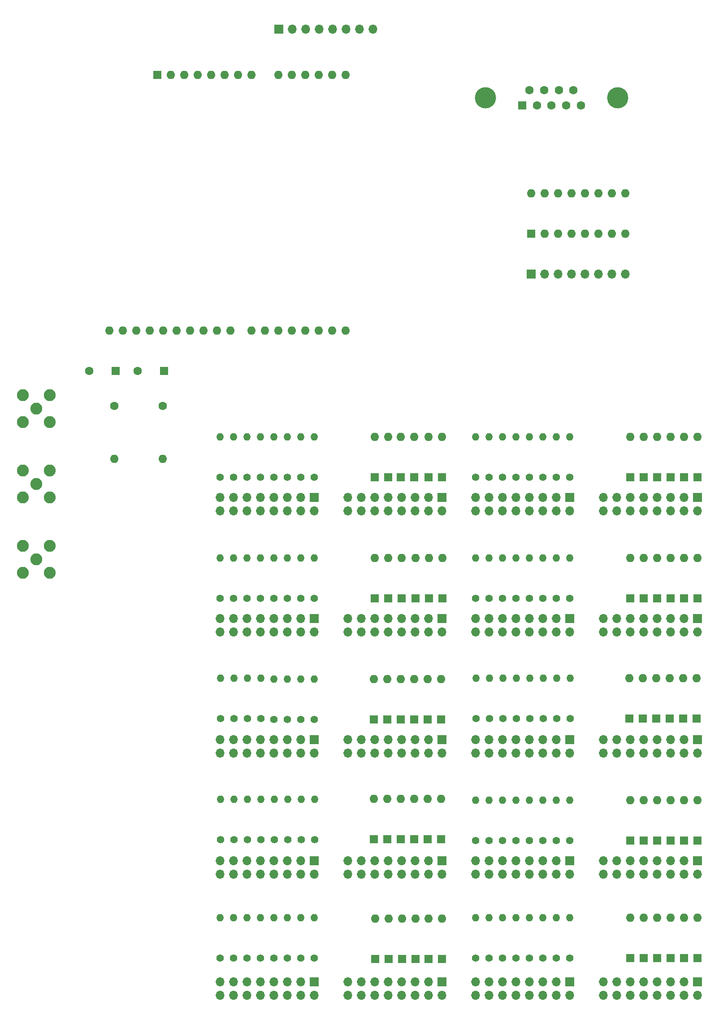
<source format=gbr>
%TF.GenerationSoftware,KiCad,Pcbnew,(6.0.10)*%
%TF.CreationDate,2023-03-28T13:06:31-04:00*%
%TF.ProjectId,PCB_LeftPanel,5043425f-4c65-4667-9450-616e656c2e6b,1*%
%TF.SameCoordinates,Original*%
%TF.FileFunction,Soldermask,Bot*%
%TF.FilePolarity,Negative*%
%FSLAX46Y46*%
G04 Gerber Fmt 4.6, Leading zero omitted, Abs format (unit mm)*
G04 Created by KiCad (PCBNEW (6.0.10)) date 2023-03-28 13:06:31*
%MOMM*%
%LPD*%
G01*
G04 APERTURE LIST*
%ADD10R,1.600000X1.600000*%
%ADD11C,1.600000*%
%ADD12O,1.600000X1.600000*%
%ADD13R,1.700000X1.700000*%
%ADD14O,1.700000X1.700000*%
%ADD15C,1.400000*%
%ADD16O,1.400000X1.400000*%
%ADD17C,2.250000*%
%ADD18C,4.000000*%
G04 APERTURE END LIST*
D10*
%TO.C,C3*%
X49022000Y-109728000D03*
D11*
X44022000Y-109728000D03*
%TD*%
D10*
%TO.C,D15*%
X158877000Y-129794000D03*
D12*
X158877000Y-122174000D03*
%TD*%
D10*
%TO.C,D16*%
X156337000Y-129794000D03*
D12*
X156337000Y-122174000D03*
%TD*%
D10*
%TO.C,D17*%
X153797000Y-129794000D03*
D12*
X153797000Y-122174000D03*
%TD*%
D10*
%TO.C,D18*%
X151257000Y-129794000D03*
D12*
X151257000Y-122174000D03*
%TD*%
D10*
%TO.C,D19*%
X148717000Y-129794000D03*
D12*
X148717000Y-122174000D03*
%TD*%
D10*
%TO.C,D20*%
X146177000Y-129794000D03*
D12*
X146177000Y-122174000D03*
%TD*%
D10*
%TO.C,D31*%
X158877000Y-152654000D03*
D12*
X158877000Y-145034000D03*
%TD*%
D10*
%TO.C,D32*%
X156337000Y-152654000D03*
D12*
X156337000Y-145034000D03*
%TD*%
D10*
%TO.C,D33*%
X153797000Y-152654000D03*
D12*
X153797000Y-145034000D03*
%TD*%
D10*
%TO.C,D34*%
X151257000Y-152654000D03*
D12*
X151257000Y-145034000D03*
%TD*%
D10*
%TO.C,D35*%
X148717000Y-152654000D03*
D12*
X148717000Y-145034000D03*
%TD*%
D10*
%TO.C,D36*%
X146177000Y-152654000D03*
D12*
X146177000Y-145034000D03*
%TD*%
D10*
%TO.C,D47*%
X158750000Y-175387000D03*
D12*
X158750000Y-167767000D03*
%TD*%
D10*
%TO.C,D48*%
X156210000Y-175387000D03*
D12*
X156210000Y-167767000D03*
%TD*%
D10*
%TO.C,D49*%
X153670000Y-175387000D03*
D12*
X153670000Y-167767000D03*
%TD*%
D10*
%TO.C,D50*%
X151130000Y-175387000D03*
D12*
X151130000Y-167767000D03*
%TD*%
D10*
%TO.C,D51*%
X148590000Y-175387000D03*
D12*
X148590000Y-167767000D03*
%TD*%
D10*
%TO.C,D52*%
X146050000Y-175387000D03*
D12*
X146050000Y-167767000D03*
%TD*%
D10*
%TO.C,D63*%
X158877000Y-198374000D03*
D12*
X158877000Y-190754000D03*
%TD*%
D10*
%TO.C,D64*%
X156337000Y-198374000D03*
D12*
X156337000Y-190754000D03*
%TD*%
D10*
%TO.C,D65*%
X153797000Y-198374000D03*
D12*
X153797000Y-190754000D03*
%TD*%
D10*
%TO.C,D66*%
X151257000Y-198374000D03*
D12*
X151257000Y-190754000D03*
%TD*%
D10*
%TO.C,D67*%
X148717000Y-198374000D03*
D12*
X148717000Y-190754000D03*
%TD*%
D10*
%TO.C,D68*%
X146177000Y-198374000D03*
D12*
X146177000Y-190754000D03*
%TD*%
D10*
%TO.C,D79*%
X158877000Y-220599000D03*
D12*
X158877000Y-212979000D03*
%TD*%
D10*
%TO.C,D81*%
X153797000Y-220599000D03*
D12*
X153797000Y-212979000D03*
%TD*%
D10*
%TO.C,D82*%
X151257000Y-220599000D03*
D12*
X151257000Y-212979000D03*
%TD*%
D10*
%TO.C,D83*%
X148717000Y-220599000D03*
D12*
X148717000Y-212979000D03*
%TD*%
D10*
%TO.C,D84*%
X146177000Y-220599000D03*
D12*
X146177000Y-212979000D03*
%TD*%
D13*
%TO.C,J6*%
X134747000Y-133604000D03*
D14*
X134747000Y-136144000D03*
X132207000Y-133604000D03*
X132207000Y-136144000D03*
X129667000Y-133604000D03*
X129667000Y-136144000D03*
X127127000Y-133604000D03*
X127127000Y-136144000D03*
X124587000Y-133604000D03*
X124587000Y-136144000D03*
X122047000Y-133604000D03*
X122047000Y-136144000D03*
X119507000Y-133604000D03*
X119507000Y-136144000D03*
X116967000Y-133604000D03*
X116967000Y-136144000D03*
%TD*%
D13*
%TO.C,J7*%
X158877000Y-133604000D03*
D14*
X158877000Y-136144000D03*
X156337000Y-133604000D03*
X156337000Y-136144000D03*
X153797000Y-133604000D03*
X153797000Y-136144000D03*
X151257000Y-133604000D03*
X151257000Y-136144000D03*
X148717000Y-133604000D03*
X148717000Y-136144000D03*
X146177000Y-133604000D03*
X146177000Y-136144000D03*
X143637000Y-133604000D03*
X143637000Y-136144000D03*
X141097000Y-133604000D03*
X141097000Y-136144000D03*
%TD*%
D13*
%TO.C,J10*%
X134747000Y-156464000D03*
D14*
X134747000Y-159004000D03*
X132207000Y-156464000D03*
X132207000Y-159004000D03*
X129667000Y-156464000D03*
X129667000Y-159004000D03*
X127127000Y-156464000D03*
X127127000Y-159004000D03*
X124587000Y-156464000D03*
X124587000Y-159004000D03*
X122047000Y-156464000D03*
X122047000Y-159004000D03*
X119507000Y-156464000D03*
X119507000Y-159004000D03*
X116967000Y-156464000D03*
X116967000Y-159004000D03*
%TD*%
D13*
%TO.C,J11*%
X158877000Y-156464000D03*
D14*
X158877000Y-159004000D03*
X156337000Y-156464000D03*
X156337000Y-159004000D03*
X153797000Y-156464000D03*
X153797000Y-159004000D03*
X151257000Y-156464000D03*
X151257000Y-159004000D03*
X148717000Y-156464000D03*
X148717000Y-159004000D03*
X146177000Y-156464000D03*
X146177000Y-159004000D03*
X143637000Y-156464000D03*
X143637000Y-159004000D03*
X141097000Y-156464000D03*
X141097000Y-159004000D03*
%TD*%
D13*
%TO.C,J14*%
X134747000Y-179324000D03*
D14*
X134747000Y-181864000D03*
X132207000Y-179324000D03*
X132207000Y-181864000D03*
X129667000Y-179324000D03*
X129667000Y-181864000D03*
X127127000Y-179324000D03*
X127127000Y-181864000D03*
X124587000Y-179324000D03*
X124587000Y-181864000D03*
X122047000Y-179324000D03*
X122047000Y-181864000D03*
X119507000Y-179324000D03*
X119507000Y-181864000D03*
X116967000Y-179324000D03*
X116967000Y-181864000D03*
%TD*%
D13*
%TO.C,J15*%
X158877000Y-179324000D03*
D14*
X158877000Y-181864000D03*
X156337000Y-179324000D03*
X156337000Y-181864000D03*
X153797000Y-179324000D03*
X153797000Y-181864000D03*
X151257000Y-179324000D03*
X151257000Y-181864000D03*
X148717000Y-179324000D03*
X148717000Y-181864000D03*
X146177000Y-179324000D03*
X146177000Y-181864000D03*
X143637000Y-179324000D03*
X143637000Y-181864000D03*
X141097000Y-179324000D03*
X141097000Y-181864000D03*
%TD*%
D13*
%TO.C,J18*%
X134747000Y-202184000D03*
D14*
X134747000Y-204724000D03*
X132207000Y-202184000D03*
X132207000Y-204724000D03*
X129667000Y-202184000D03*
X129667000Y-204724000D03*
X127127000Y-202184000D03*
X127127000Y-204724000D03*
X124587000Y-202184000D03*
X124587000Y-204724000D03*
X122047000Y-202184000D03*
X122047000Y-204724000D03*
X119507000Y-202184000D03*
X119507000Y-204724000D03*
X116967000Y-202184000D03*
X116967000Y-204724000D03*
%TD*%
D13*
%TO.C,J19*%
X158877000Y-202184000D03*
D14*
X158877000Y-204724000D03*
X156337000Y-202184000D03*
X156337000Y-204724000D03*
X153797000Y-202184000D03*
X153797000Y-204724000D03*
X151257000Y-202184000D03*
X151257000Y-204724000D03*
X148717000Y-202184000D03*
X148717000Y-204724000D03*
X146177000Y-202184000D03*
X146177000Y-204724000D03*
X143637000Y-202184000D03*
X143637000Y-204724000D03*
X141097000Y-202184000D03*
X141097000Y-204724000D03*
%TD*%
D13*
%TO.C,J23*%
X158877000Y-225044000D03*
D14*
X158877000Y-227584000D03*
X156337000Y-225044000D03*
X156337000Y-227584000D03*
X153797000Y-225044000D03*
X153797000Y-227584000D03*
X151257000Y-225044000D03*
X151257000Y-227584000D03*
X148717000Y-225044000D03*
X148717000Y-227584000D03*
X146177000Y-225044000D03*
X146177000Y-227584000D03*
X143637000Y-225044000D03*
X143637000Y-227584000D03*
X141097000Y-225044000D03*
X141097000Y-227584000D03*
%TD*%
D15*
%TO.C,R15*%
X134747000Y-129794000D03*
D16*
X134747000Y-122174000D03*
%TD*%
D15*
%TO.C,R16*%
X132207000Y-129794000D03*
D16*
X132207000Y-122174000D03*
%TD*%
D15*
%TO.C,R17*%
X129667000Y-129794000D03*
D16*
X129667000Y-122174000D03*
%TD*%
D15*
%TO.C,R18*%
X127127000Y-129794000D03*
D16*
X127127000Y-122174000D03*
%TD*%
D15*
%TO.C,R19*%
X124587000Y-129794000D03*
D16*
X124587000Y-122174000D03*
%TD*%
D15*
%TO.C,R20*%
X122047000Y-129794000D03*
D16*
X122047000Y-122174000D03*
%TD*%
D15*
%TO.C,R21*%
X119507000Y-129794000D03*
D16*
X119507000Y-122174000D03*
%TD*%
D15*
%TO.C,R22*%
X116967000Y-129794000D03*
D16*
X116967000Y-122174000D03*
%TD*%
D15*
%TO.C,R31*%
X134747000Y-152654000D03*
D16*
X134747000Y-145034000D03*
%TD*%
D15*
%TO.C,R32*%
X132207000Y-152654000D03*
D16*
X132207000Y-145034000D03*
%TD*%
D15*
%TO.C,R33*%
X129667000Y-152654000D03*
D16*
X129667000Y-145034000D03*
%TD*%
D15*
%TO.C,R34*%
X127127000Y-152654000D03*
D16*
X127127000Y-145034000D03*
%TD*%
D15*
%TO.C,R35*%
X124587000Y-152654000D03*
D16*
X124587000Y-145034000D03*
%TD*%
D15*
%TO.C,R36*%
X122047000Y-152654000D03*
D16*
X122047000Y-145034000D03*
%TD*%
D15*
%TO.C,R37*%
X119507000Y-152654000D03*
D16*
X119507000Y-145034000D03*
%TD*%
D15*
%TO.C,R38*%
X116967000Y-152654000D03*
D16*
X116967000Y-145034000D03*
%TD*%
D15*
%TO.C,R47*%
X134874000Y-175387000D03*
D16*
X134874000Y-167767000D03*
%TD*%
D15*
%TO.C,R48*%
X132334000Y-175387000D03*
D16*
X132334000Y-167767000D03*
%TD*%
D15*
%TO.C,R49*%
X129794000Y-175387000D03*
D16*
X129794000Y-167767000D03*
%TD*%
D15*
%TO.C,R50*%
X127254000Y-175387000D03*
D16*
X127254000Y-167767000D03*
%TD*%
D15*
%TO.C,R51*%
X124714000Y-175387000D03*
D16*
X124714000Y-167767000D03*
%TD*%
D15*
%TO.C,R52*%
X122174000Y-175387000D03*
D16*
X122174000Y-167767000D03*
%TD*%
D15*
%TO.C,R53*%
X119634000Y-175387000D03*
D16*
X119634000Y-167767000D03*
%TD*%
D15*
%TO.C,R54*%
X117094000Y-175387000D03*
D16*
X117094000Y-167767000D03*
%TD*%
D15*
%TO.C,R63*%
X134747000Y-198374000D03*
D16*
X134747000Y-190754000D03*
%TD*%
D15*
%TO.C,R64*%
X132207000Y-198374000D03*
D16*
X132207000Y-190754000D03*
%TD*%
D15*
%TO.C,R65*%
X129667000Y-198374000D03*
D16*
X129667000Y-190754000D03*
%TD*%
D15*
%TO.C,R66*%
X127127000Y-198374000D03*
D16*
X127127000Y-190754000D03*
%TD*%
D15*
%TO.C,R67*%
X124587000Y-198374000D03*
D16*
X124587000Y-190754000D03*
%TD*%
D15*
%TO.C,R68*%
X122047000Y-198374000D03*
D16*
X122047000Y-190754000D03*
%TD*%
D15*
%TO.C,R69*%
X119507000Y-198374000D03*
D16*
X119507000Y-190754000D03*
%TD*%
D15*
%TO.C,R70*%
X116967000Y-198374000D03*
D16*
X116967000Y-190754000D03*
%TD*%
D15*
%TO.C,R79*%
X134747000Y-220599000D03*
D16*
X134747000Y-212979000D03*
%TD*%
D15*
%TO.C,R80*%
X132207000Y-220599000D03*
D16*
X132207000Y-212979000D03*
%TD*%
D15*
%TO.C,R81*%
X129667000Y-220599000D03*
D16*
X129667000Y-212979000D03*
%TD*%
D15*
%TO.C,R82*%
X127127000Y-220599000D03*
D16*
X127127000Y-212979000D03*
%TD*%
D15*
%TO.C,R83*%
X124587000Y-220599000D03*
D16*
X124587000Y-212979000D03*
%TD*%
D15*
%TO.C,R84*%
X122047000Y-220599000D03*
D16*
X122047000Y-212979000D03*
%TD*%
D15*
%TO.C,R85*%
X119507000Y-220599000D03*
D16*
X119507000Y-212979000D03*
%TD*%
D15*
%TO.C,R86*%
X116967000Y-220599000D03*
D16*
X116967000Y-212979000D03*
%TD*%
D13*
%TO.C,J22*%
X134747000Y-225044000D03*
D14*
X134747000Y-227584000D03*
X132207000Y-225044000D03*
X132207000Y-227584000D03*
X129667000Y-225044000D03*
X129667000Y-227584000D03*
X127127000Y-225044000D03*
X127127000Y-227584000D03*
X124587000Y-225044000D03*
X124587000Y-227584000D03*
X122047000Y-225044000D03*
X122047000Y-227584000D03*
X119507000Y-225044000D03*
X119507000Y-227584000D03*
X116967000Y-225044000D03*
X116967000Y-227584000D03*
%TD*%
D11*
%TO.C,L2*%
X57912000Y-116332000D03*
D12*
X57912000Y-126332000D03*
%TD*%
D10*
%TO.C,D80*%
X156337000Y-220599000D03*
D12*
X156337000Y-212979000D03*
%TD*%
D15*
%TO.C,R78*%
X68707000Y-220599000D03*
D16*
X68707000Y-212979000D03*
%TD*%
D15*
%TO.C,R75*%
X76327000Y-220599000D03*
D16*
X76327000Y-212979000D03*
%TD*%
D15*
%TO.C,R76*%
X73787000Y-220599000D03*
D16*
X73787000Y-212979000D03*
%TD*%
D15*
%TO.C,R77*%
X71247000Y-220599000D03*
D16*
X71247000Y-212979000D03*
%TD*%
D15*
%TO.C,R11*%
X76327000Y-129794000D03*
D16*
X76327000Y-122174000D03*
%TD*%
D15*
%TO.C,R12*%
X73787000Y-129794000D03*
D16*
X73787000Y-122174000D03*
%TD*%
D15*
%TO.C,R13*%
X71247000Y-129794000D03*
D16*
X71247000Y-122174000D03*
%TD*%
D15*
%TO.C,R25*%
X81407000Y-152654000D03*
D16*
X81407000Y-145034000D03*
%TD*%
D15*
%TO.C,R26*%
X78867000Y-152654000D03*
D16*
X78867000Y-145034000D03*
%TD*%
D15*
%TO.C,R23*%
X86487000Y-152654000D03*
D16*
X86487000Y-145034000D03*
%TD*%
D15*
%TO.C,R14*%
X68707000Y-129794000D03*
D16*
X68707000Y-122174000D03*
%TD*%
D15*
%TO.C,R24*%
X83947000Y-152654000D03*
D16*
X83947000Y-145034000D03*
%TD*%
D15*
%TO.C,R27*%
X76327000Y-152654000D03*
D16*
X76327000Y-145034000D03*
%TD*%
D15*
%TO.C,R28*%
X73787000Y-152654000D03*
D16*
X73787000Y-145034000D03*
%TD*%
D15*
%TO.C,R29*%
X71247000Y-152654000D03*
D16*
X71247000Y-145034000D03*
%TD*%
D15*
%TO.C,R30*%
X68707000Y-152654000D03*
D16*
X68707000Y-145034000D03*
%TD*%
D15*
%TO.C,R40*%
X83947000Y-175514000D03*
D16*
X83947000Y-167894000D03*
%TD*%
D15*
%TO.C,R43*%
X76454000Y-175387000D03*
D16*
X76454000Y-167767000D03*
%TD*%
D15*
%TO.C,R58*%
X78994000Y-198247000D03*
D16*
X78994000Y-190627000D03*
%TD*%
D15*
%TO.C,R41*%
X81407000Y-175514000D03*
D16*
X81407000Y-167894000D03*
%TD*%
D15*
%TO.C,R55*%
X86614000Y-198247000D03*
D16*
X86614000Y-190627000D03*
%TD*%
D15*
%TO.C,R62*%
X68834000Y-198247000D03*
D16*
X68834000Y-190627000D03*
%TD*%
D15*
%TO.C,R46*%
X68834000Y-175387000D03*
D16*
X68834000Y-167767000D03*
%TD*%
D15*
%TO.C,R56*%
X84074000Y-198247000D03*
D16*
X84074000Y-190627000D03*
%TD*%
D15*
%TO.C,R44*%
X73914000Y-175387000D03*
D16*
X73914000Y-167767000D03*
%TD*%
D15*
%TO.C,R45*%
X71374000Y-175387000D03*
D16*
X71374000Y-167767000D03*
%TD*%
D15*
%TO.C,R72*%
X83947000Y-220599000D03*
D16*
X83947000Y-212979000D03*
%TD*%
D15*
%TO.C,R59*%
X76454000Y-198247000D03*
D16*
X76454000Y-190627000D03*
%TD*%
D15*
%TO.C,R60*%
X73914000Y-198247000D03*
D16*
X73914000Y-190627000D03*
%TD*%
D15*
%TO.C,R61*%
X71374000Y-198247000D03*
D16*
X71374000Y-190627000D03*
%TD*%
D15*
%TO.C,R71*%
X86487000Y-220599000D03*
D16*
X86487000Y-212979000D03*
%TD*%
D15*
%TO.C,R73*%
X81407000Y-220599000D03*
D16*
X81407000Y-212979000D03*
%TD*%
D15*
%TO.C,R74*%
X78867000Y-220599000D03*
D16*
X78867000Y-212979000D03*
%TD*%
D15*
%TO.C,R57*%
X81534000Y-198247000D03*
D16*
X81534000Y-190627000D03*
%TD*%
D15*
%TO.C,R39*%
X86487000Y-175514000D03*
D16*
X86487000Y-167894000D03*
%TD*%
D15*
%TO.C,R42*%
X78867000Y-175514000D03*
D16*
X78867000Y-167894000D03*
%TD*%
D13*
%TO.C,J16*%
X86487000Y-202184000D03*
D14*
X86487000Y-204724000D03*
X83947000Y-202184000D03*
X83947000Y-204724000D03*
X81407000Y-202184000D03*
X81407000Y-204724000D03*
X78867000Y-202184000D03*
X78867000Y-204724000D03*
X76327000Y-202184000D03*
X76327000Y-204724000D03*
X73787000Y-202184000D03*
X73787000Y-204724000D03*
X71247000Y-202184000D03*
X71247000Y-204724000D03*
X68707000Y-202184000D03*
X68707000Y-204724000D03*
%TD*%
D13*
%TO.C,J8*%
X86487000Y-156464000D03*
D14*
X86487000Y-159004000D03*
X83947000Y-156464000D03*
X83947000Y-159004000D03*
X81407000Y-156464000D03*
X81407000Y-159004000D03*
X78867000Y-156464000D03*
X78867000Y-159004000D03*
X76327000Y-156464000D03*
X76327000Y-159004000D03*
X73787000Y-156464000D03*
X73787000Y-159004000D03*
X71247000Y-156464000D03*
X71247000Y-159004000D03*
X68707000Y-156464000D03*
X68707000Y-159004000D03*
%TD*%
D13*
%TO.C,J12*%
X86487000Y-179324000D03*
D14*
X86487000Y-181864000D03*
X83947000Y-179324000D03*
X83947000Y-181864000D03*
X81407000Y-179324000D03*
X81407000Y-181864000D03*
X78867000Y-179324000D03*
X78867000Y-181864000D03*
X76327000Y-179324000D03*
X76327000Y-181864000D03*
X73787000Y-179324000D03*
X73787000Y-181864000D03*
X71247000Y-179324000D03*
X71247000Y-181864000D03*
X68707000Y-179324000D03*
X68707000Y-181864000D03*
%TD*%
D13*
%TO.C,J4*%
X86487000Y-133604000D03*
D14*
X86487000Y-136144000D03*
X83947000Y-133604000D03*
X83947000Y-136144000D03*
X81407000Y-133604000D03*
X81407000Y-136144000D03*
X78867000Y-133604000D03*
X78867000Y-136144000D03*
X76327000Y-133604000D03*
X76327000Y-136144000D03*
X73787000Y-133604000D03*
X73787000Y-136144000D03*
X71247000Y-133604000D03*
X71247000Y-136144000D03*
X68707000Y-133604000D03*
X68707000Y-136144000D03*
%TD*%
D15*
%TO.C,R10*%
X78867000Y-129794000D03*
D16*
X78867000Y-122174000D03*
%TD*%
D15*
%TO.C,R9*%
X81407000Y-129794000D03*
D16*
X81407000Y-122174000D03*
%TD*%
D13*
%TO.C,J20*%
X86487000Y-225044000D03*
D14*
X86487000Y-227584000D03*
X83947000Y-225044000D03*
X83947000Y-227584000D03*
X81407000Y-225044000D03*
X81407000Y-227584000D03*
X78867000Y-225044000D03*
X78867000Y-227584000D03*
X76327000Y-225044000D03*
X76327000Y-227584000D03*
X73787000Y-225044000D03*
X73787000Y-227584000D03*
X71247000Y-225044000D03*
X71247000Y-227584000D03*
X68707000Y-225044000D03*
X68707000Y-227584000D03*
%TD*%
D15*
%TO.C,R8*%
X83947000Y-129794000D03*
D16*
X83947000Y-122174000D03*
%TD*%
D15*
%TO.C,R7*%
X86487000Y-129794000D03*
D16*
X86487000Y-122174000D03*
%TD*%
D10*
%TO.C,D39*%
X110490000Y-175514000D03*
D12*
X110490000Y-167894000D03*
%TD*%
D10*
%TO.C,D40*%
X107950000Y-175514000D03*
D12*
X107950000Y-167894000D03*
%TD*%
D10*
%TO.C,D41*%
X105410000Y-175514000D03*
D12*
X105410000Y-167894000D03*
%TD*%
D10*
%TO.C,D42*%
X102870000Y-175514000D03*
D12*
X102870000Y-167894000D03*
%TD*%
D10*
%TO.C,D43*%
X100330000Y-175514000D03*
D12*
X100330000Y-167894000D03*
%TD*%
D10*
%TO.C,D44*%
X97790000Y-175514000D03*
D12*
X97790000Y-167894000D03*
%TD*%
D10*
%TO.C,D55*%
X110490000Y-198120000D03*
D12*
X110490000Y-190500000D03*
%TD*%
D10*
%TO.C,D56*%
X107950000Y-198120000D03*
D12*
X107950000Y-190500000D03*
%TD*%
D10*
%TO.C,D60*%
X97790000Y-198120000D03*
D12*
X97790000Y-190500000D03*
%TD*%
D10*
%TO.C,D57*%
X105410000Y-198120000D03*
D12*
X105410000Y-190500000D03*
%TD*%
D10*
%TO.C,D58*%
X102870000Y-198120000D03*
D12*
X102870000Y-190500000D03*
%TD*%
D10*
%TO.C,D59*%
X100330000Y-198120000D03*
D12*
X100330000Y-190500000D03*
%TD*%
D10*
%TO.C,D76*%
X98044000Y-220726000D03*
D12*
X98044000Y-213106000D03*
%TD*%
D13*
%TO.C,J9*%
X110617000Y-156464000D03*
D14*
X110617000Y-159004000D03*
X108077000Y-156464000D03*
X108077000Y-159004000D03*
X105537000Y-156464000D03*
X105537000Y-159004000D03*
X102997000Y-156464000D03*
X102997000Y-159004000D03*
X100457000Y-156464000D03*
X100457000Y-159004000D03*
X97917000Y-156464000D03*
X97917000Y-159004000D03*
X95377000Y-156464000D03*
X95377000Y-159004000D03*
X92837000Y-156464000D03*
X92837000Y-159004000D03*
%TD*%
D13*
%TO.C,J13*%
X110617000Y-179324000D03*
D14*
X110617000Y-181864000D03*
X108077000Y-179324000D03*
X108077000Y-181864000D03*
X105537000Y-179324000D03*
X105537000Y-181864000D03*
X102997000Y-179324000D03*
X102997000Y-181864000D03*
X100457000Y-179324000D03*
X100457000Y-181864000D03*
X97917000Y-179324000D03*
X97917000Y-181864000D03*
X95377000Y-179324000D03*
X95377000Y-181864000D03*
X92837000Y-179324000D03*
X92837000Y-181864000D03*
%TD*%
D13*
%TO.C,J5*%
X110617000Y-133604000D03*
D14*
X110617000Y-136144000D03*
X108077000Y-133604000D03*
X108077000Y-136144000D03*
X105537000Y-133604000D03*
X105537000Y-136144000D03*
X102997000Y-133604000D03*
X102997000Y-136144000D03*
X100457000Y-133604000D03*
X100457000Y-136144000D03*
X97917000Y-133604000D03*
X97917000Y-136144000D03*
X95377000Y-133604000D03*
X95377000Y-136144000D03*
X92837000Y-133604000D03*
X92837000Y-136144000D03*
%TD*%
D10*
%TO.C,D71*%
X110617000Y-220726000D03*
D12*
X110617000Y-213106000D03*
%TD*%
D10*
%TO.C,D74*%
X103124000Y-220726000D03*
D12*
X103124000Y-213106000D03*
%TD*%
D10*
%TO.C,D75*%
X100584000Y-220726000D03*
D12*
X100584000Y-213106000D03*
%TD*%
D13*
%TO.C,J17*%
X110617000Y-202184000D03*
D14*
X110617000Y-204724000D03*
X108077000Y-202184000D03*
X108077000Y-204724000D03*
X105537000Y-202184000D03*
X105537000Y-204724000D03*
X102997000Y-202184000D03*
X102997000Y-204724000D03*
X100457000Y-202184000D03*
X100457000Y-204724000D03*
X97917000Y-202184000D03*
X97917000Y-204724000D03*
X95377000Y-202184000D03*
X95377000Y-204724000D03*
X92837000Y-202184000D03*
X92837000Y-204724000D03*
%TD*%
D10*
%TO.C,D73*%
X105664000Y-220726000D03*
D12*
X105664000Y-213106000D03*
%TD*%
D10*
%TO.C,D72*%
X108077000Y-220726000D03*
D12*
X108077000Y-213106000D03*
%TD*%
D13*
%TO.C,J21*%
X110617000Y-225044000D03*
D14*
X110617000Y-227584000D03*
X108077000Y-225044000D03*
X108077000Y-227584000D03*
X105537000Y-225044000D03*
X105537000Y-227584000D03*
X102997000Y-225044000D03*
X102997000Y-227584000D03*
X100457000Y-225044000D03*
X100457000Y-227584000D03*
X97917000Y-225044000D03*
X97917000Y-227584000D03*
X95377000Y-225044000D03*
X95377000Y-227584000D03*
X92837000Y-225044000D03*
X92837000Y-227584000D03*
%TD*%
D10*
%TO.C,D12*%
X97917000Y-129794000D03*
D12*
X97917000Y-122174000D03*
%TD*%
D10*
%TO.C,D25*%
X105664000Y-152654000D03*
D12*
X105664000Y-145034000D03*
%TD*%
D10*
%TO.C,D11*%
X100457000Y-129794000D03*
D12*
X100457000Y-122174000D03*
%TD*%
D10*
%TO.C,D9*%
X105410000Y-129794000D03*
D12*
X105410000Y-122174000D03*
%TD*%
D10*
%TO.C,D10*%
X102870000Y-129794000D03*
D12*
X102870000Y-122174000D03*
%TD*%
D10*
%TO.C,D28*%
X97917000Y-152654000D03*
D12*
X97917000Y-145034000D03*
%TD*%
D10*
%TO.C,D23*%
X110744000Y-152654000D03*
D12*
X110744000Y-145034000D03*
%TD*%
D10*
%TO.C,D24*%
X108204000Y-152654000D03*
D12*
X108204000Y-145034000D03*
%TD*%
D10*
%TO.C,D7*%
X110617000Y-129794000D03*
D12*
X110617000Y-122174000D03*
%TD*%
D10*
%TO.C,D27*%
X100457000Y-152654000D03*
D12*
X100457000Y-145034000D03*
%TD*%
D10*
%TO.C,D26*%
X102997000Y-152654000D03*
D12*
X102997000Y-145034000D03*
%TD*%
D10*
%TO.C,D8*%
X108077000Y-129794000D03*
D12*
X108077000Y-122174000D03*
%TD*%
D10*
%TO.C,A1*%
X56896000Y-53848000D03*
D12*
X59436000Y-53848000D03*
X61976000Y-53848000D03*
X64516000Y-53848000D03*
X67056000Y-53848000D03*
X69596000Y-53848000D03*
X72136000Y-53848000D03*
X74676000Y-53848000D03*
X79756000Y-53848000D03*
X82296000Y-53848000D03*
X84836000Y-53848000D03*
X87376000Y-53848000D03*
X89916000Y-53848000D03*
X92456000Y-53848000D03*
X92456000Y-102108000D03*
X89916000Y-102108000D03*
X87376000Y-102108000D03*
X84836000Y-102108000D03*
X82296000Y-102108000D03*
X79756000Y-102108000D03*
X77216000Y-102108000D03*
X74676000Y-102108000D03*
X70616000Y-102108000D03*
X68076000Y-102108000D03*
X65536000Y-102108000D03*
X62996000Y-102108000D03*
X60456000Y-102108000D03*
X57916000Y-102108000D03*
X55376000Y-102108000D03*
X52836000Y-102108000D03*
X50296000Y-102108000D03*
X47756000Y-102108000D03*
%TD*%
D13*
%TO.C,J33*%
X127508000Y-91440000D03*
D14*
X130048000Y-91440000D03*
X132588000Y-91440000D03*
X135128000Y-91440000D03*
X137668000Y-91440000D03*
X140208000Y-91440000D03*
X142748000Y-91440000D03*
X145288000Y-91440000D03*
%TD*%
D10*
%TO.C,U2*%
X127508000Y-83820000D03*
D12*
X130048000Y-83820000D03*
X132588000Y-83820000D03*
X135128000Y-83820000D03*
X137668000Y-83820000D03*
X140208000Y-83820000D03*
X142748000Y-83820000D03*
X145288000Y-83820000D03*
X145288000Y-76200000D03*
X142748000Y-76200000D03*
X140208000Y-76200000D03*
X137668000Y-76200000D03*
X135128000Y-76200000D03*
X132588000Y-76200000D03*
X130048000Y-76200000D03*
X127508000Y-76200000D03*
%TD*%
D10*
%TO.C,C10*%
X58166000Y-109728000D03*
D11*
X53166000Y-109728000D03*
%TD*%
D17*
%TO.C,J1*%
X34036000Y-116840000D03*
X31496000Y-119380000D03*
X36576000Y-119380000D03*
X36576000Y-114300000D03*
X31496000Y-114300000D03*
%TD*%
%TO.C,J2*%
X34036000Y-131064000D03*
X36576000Y-133604000D03*
X31496000Y-133604000D03*
X31496000Y-128524000D03*
X36576000Y-128524000D03*
%TD*%
%TO.C,J3*%
X34036000Y-145288000D03*
X36576000Y-142748000D03*
X36576000Y-147828000D03*
X31496000Y-147828000D03*
X31496000Y-142748000D03*
%TD*%
D18*
%TO.C,J32*%
X143808000Y-58190331D03*
X118808000Y-58190331D03*
D10*
X125768000Y-59610331D03*
D11*
X128538000Y-59610331D03*
X131308000Y-59610331D03*
X134078000Y-59610331D03*
X136848000Y-59610331D03*
X127153000Y-56770331D03*
X129923000Y-56770331D03*
X132693000Y-56770331D03*
X135463000Y-56770331D03*
%TD*%
%TO.C,L1*%
X48768000Y-116332000D03*
D12*
X48768000Y-126332000D03*
%TD*%
D13*
%TO.C,J36*%
X79771000Y-45212000D03*
D14*
X82311000Y-45212000D03*
X84851000Y-45212000D03*
X87391000Y-45212000D03*
X89931000Y-45212000D03*
X92471000Y-45212000D03*
X95011000Y-45212000D03*
X97551000Y-45212000D03*
%TD*%
M02*

</source>
